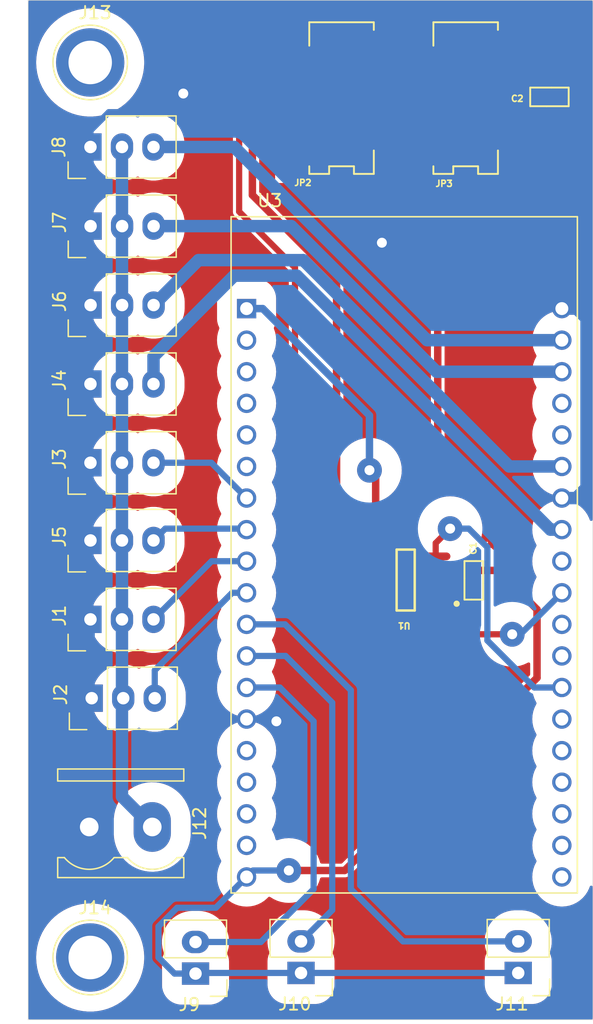
<source format=kicad_pcb>
(kicad_pcb (version 20221018) (generator pcbnew)
  (layers (0 "F.Cu" signal "Top Layer") (31 "B.Cu" signal "Bottom Layer") (34 "B.Paste" user "Bottom Paste") (35 "F.Paste" user "Top Paste") (36 "B.SilkS" user "Bottom Overlay") (37 "F.SilkS" user "Top Overlay") (38 "B.Mask" user "Bottom Solder") (39 "F.Mask" user "Top Solder") (44 "Edge.Cuts" user))
  (property "DOCUMENTNUMBER" "V0")
  (property "PAGESETUP" "Record=PageOptions¦CenterHorizontal=True¦CenterVertical=True¦PrintScale=0.91¦XCorrection=1.00¦YCorrection=1.00¦PrintKind=1¦BorderSize=5000000¦LeftOffset=0¦BottomOffset=0¦Orientation=2¦PaperLength=1000¦PaperWidth=1000¦Scale=100¦PaperSource=7¦PrintQuality=-3¦MediaType=1¦DitherType=10¦PrintScaleMode=1¦PaperKind=Letter¦PaperIndex=1")
  (property "PROJECT" "CaptCouleur")
  (property "SHEETTOTAL" "1")
  (net 0 "")
  (net 1 "+3,3")
  (net 2 "E5V")
  (net 3 "GND")
  (net 4 "/CAN_L")
  (net 5 "/CAN_H")
  (net 6 "/TX CAN")
  (net 7 "/RX CAN")
  (net 8 "/BRUSHLESS2")
  (net 9 "/BRUSHLESS")
  (net 10 "/SERVO1")
  (net 11 "/SERVO2")
  (net 28 "/BRUSHLESS3")
  (net 29 "/SERVO3")
  (net 30 "/SERVO4")
  (net 31 "/SERVO5")
  (net 33 "/FDC2")
  (net 34 "/FDC")
  (net 35 "/FDC1")
  (net 36 "+5")
  (footprint "FootprintGamelGe2:Autocom3" (layer "F.Cu") (at 160.5777 106.6636 90)
    (fp_text reference "J1" (at 0.3 -2.5 90) (layer "F.SilkS"))
    (fp_text value "Autocom3")
    (fp_line (start -2.53 -1.8) (end -1.2 -1.8) (stroke (width 0.12)) (layer "F.SilkS"))
    (fp_line (start -2.53 -0.4) (end -2.53 -1.73) (stroke (width 0.12)) (layer "F.SilkS"))
    (fp_line (start -2.5 1.27) (end -2.5 6.9) (stroke (width 0.12)) (layer "F.SilkS"))
    (fp_line (start -2.5 1.27) (end 2.5 1.27) (stroke (width 0.12)) (layer "F.SilkS"))
    (fp_line (start -2.5 6.9) (end 2.5 6.9) (stroke (width 0.12)) (layer "F.SilkS"))
    (fp_line (start 2.5 1.27) (end 2.5 6.9) (stroke (width 0.12)) (layer "F.SilkS"))
    (pad "1" thru_hole rect (at 0 0 90) (size 2.2 1.8) (drill 1) (layers "*.Cu" "*.Mask") (net 3 "GND"))
    (pad "2" thru_hole oval (at 0 2.54 90) (size 2.2 1.8) (drill 1) (layers "*.Cu" "*.Mask") (net 36 "+5"))
    (pad "3" thru_hole oval (at 0 5.08 90) (size 2.2 1.8) (drill 1) (layers "*.Cu" "*.Mask") (net 8 "/BRUSHLESS2"))
  )
  (footprint "C:_ProgramData_Altium_Altium Designer {91CCA5E7-F8A9-4A8E-AA86-1D88F44FA42C}_VaultsFileCache_B7D15EC3-160A-466F-A46C-7801FE6295A7_FB88017A-93AF-48E0-A4ED-AC0901C9B691_Released_FP-C04-057-SN-IPC_A.PcbLib_FP-C04-057-SN-IPC_A" (layer "F.Cu") (at 185.975231 103.4986 180)
    (fp_text reference "U1" (at -0.4572 -3.3782 180 unlocked) (layer "F.SilkS") (effects (font (size 0.5 0.5)) (justify left bottom)))
    (fp_text value "MCP2562FDT-E/SN" hide)
    (fp_line (start -0.728998 -2.45) (end 0.728998 -2.45) (stroke (width 0.2)) (layer "F.SilkS"))
    (fp_line (start -0.728998 2.45) (end -0.728998 -2.45) (stroke (width 0.2)) (layer "F.SilkS"))
    (fp_line (start -0.728998 2.45) (end 0.728998 2.45) (stroke (width 0.2)) (layer "F.SilkS"))
    (fp_line (start 0.728998 2.45) (end 0.728998 -2.45) (stroke (width 0.2)) (layer "F.SilkS"))
    (fp_circle (center -4.106065 -1.905) (end -4.106065 -2.03) (stroke (width 0.25)) (fill none) (layer "F.SilkS"))
    (pad "1" smd rect (at -2.417531 -1.905 180) (size 2.377069 0.622132) (layers "F.Cu" "F.Paste" "F.Mask") (net 6 "/TX CAN"))
    (pad "2" smd roundrect (at -2.417531 -0.635 180) (size 2.377069 0.622132) (layers "F.Cu" "F.Paste" "F.Mask") (roundrect_rratio 0.5) (net 3 "GND"))
    (pad "3" smd roundrect (at -2.417531 0.635 180) (size 2.377069 0.622132) (layers "F.Cu" "F.Paste" "F.Mask") (roundrect_rratio 0.5) (net 2 "E5V"))
    (pad "4" smd roundrect (at -2.417531 1.905 180) (size 2.377069 0.622132) (layers "F.Cu" "F.Paste" "F.Mask") (roundrect_rratio 0.5) (net 7 "/RX CAN"))
    (pad "5" smd roundrect (at 2.417531 1.905 180) (size 2.377069 0.622132) (layers "F.Cu" "F.Paste" "F.Mask") (roundrect_rratio 0.5) (net 1 "+3,3"))
    (pad "6" smd roundrect (at 2.417531 0.635 180) (size 2.377069 0.622132) (layers "F.Cu" "F.Paste" "F.Mask") (roundrect_rratio 0.5) (net 4 "/CAN_L"))
    (pad "7" smd roundrect (at 2.417531 -0.635 180) (size 2.377069 0.622132) (layers "F.Cu" "F.Paste" "F.Mask") (roundrect_rratio 0.5) (net 5 "/CAN_H"))
    (pad "8" smd roundrect (at 2.417531 -1.905 180) (size 2.377069 0.622132) (layers "F.Cu" "F.Paste" "F.Mask") (roundrect_rratio 0.5) (net 3 "GND"))
  )
  (footprint "FootprintGamelGe2:Autocom2" (layer "F.Cu") (at 169.0427 135.1561 180)
    (fp_text reference "J9" (at 0.5 -2.5) (layer "F.SilkS"))
    (fp_text value "FDC" hide)
    (fp_line (start -2.53 -1.83) (end -1.2 -1.83) (stroke (width 0.12)) (layer "F.SilkS"))
    (fp_line (start -2.53 -0.5) (end -2.53 -1.83) (stroke (width 0.12)) (layer "F.SilkS"))
    (fp_line (start -2.5 1.27) (end 2.5 1.27) (stroke (width 0.12)) (layer "F.SilkS"))
    (fp_line (start -2.5 1.3) (end -2.5 4.3) (stroke (width 0.12)) (layer "F.SilkS"))
    (fp_line (start -2.5 4.3) (end 2.5 4.3) (stroke (width 0.12)) (layer "F.SilkS"))
    (fp_line (start 2.5 1.27) (end 2.5 4.3) (stroke (width 0.12)) (layer "F.SilkS"))
    (pad "1" thru_hole rect (at 0 0 180) (size 2.2 1.8) (drill 1) (layers "*.Cu" "*.Mask") (net 2 "E5V"))
    (pad "2" thru_hole oval (at 0 2.54 180) (size 2.2 1.8) (drill 1) (layers "*.Cu" "*.Mask") (net 34 "/FDC"))
  )
  (footprint "micromatch 8P.PcbLib:MM 8 CMS F" (layer "F.Cu") (at 178.557698 69.1736 -90)
    (fp_text reference "JP2" (at 2.655992 1.623004 unlocked) (layer "F.SilkS") (effects (font (size 0.5 0.5)) (justify left bottom)))
    (fp_text value "Micromatch 8" hide)
    (fp_line (start -10.545 0.349999) (end -10.545 -4.850001) (stroke (width 0.1524)) (layer "F.SilkS"))
    (fp_line (start -9.9314 -4.850001) (end -10.545 -4.850001) (stroke (width 0.1524)) (layer "F.SilkS"))
    (fp_line (start -8.6614 0.349999) (end -10.545 0.349999) (stroke (width 0.1524)) (layer "F.SilkS"))
    (fp_line (start 1.0414 -1.25) (end 1.0414 -3.250001) (stroke (width 0.1524)) (layer "F.SilkS"))
    (fp_line (start 1.655001 -4.850001) (end -0.2286 -4.850001) (stroke (width 0.1524)) (layer "F.SilkS"))
    (fp_line (start 1.655001 -3.250001) (end 1.0414 -3.250001) (stroke (width 0.1524)) (layer "F.SilkS"))
    (fp_line (start 1.655001 -3.250001) (end 1.655001 -4.850001) (stroke (width 0.1524)) (layer "F.SilkS"))
    (fp_line (start 1.655001 -1.25) (end 1.0414 -1.25) (stroke (width 0.1524)) (layer "F.SilkS"))
    (fp_line (start 1.655001 0.349999) (end 1.0414 0.349999) (stroke (width 0.1524)) (layer "F.SilkS"))
    (fp_line (start 1.655001 0.349999) (end 1.655001 -1.25) (stroke (width 0.1524)) (layer "F.SilkS"))
    (pad "1" smd rect (at 0 0 270) (size 1.5 3) (layers "F.Cu" "F.Paste" "F.Mask") (net 2 "E5V"))
    (pad "2" smd rect (at -1.27 -4.500001 270) (size 1.5 3) (layers "F.Cu" "F.Paste" "F.Mask") (net 3 "GND"))
    (pad "3" smd rect (at -2.54 0 270) (size 1.5 3) (layers "F.Cu" "F.Paste" "F.Mask") (net 4 "/CAN_L"))
    (pad "4" smd rect (at -3.81 -4.500001 270) (size 1.5 3) (layers "F.Cu" "F.Paste" "F.Mask") (net 5 "/CAN_H"))
    (pad "5" smd rect (at -5.08 0 270) (size 1.5 3) (layers "F.Cu" "F.Paste" "F.Mask") (net 5 "/CAN_H"))
    (pad "6" smd rect (at -6.35 -4.500001 270) (size 1.5 3) (layers "F.Cu" "F.Paste" "F.Mask") (net 4 "/CAN_L"))
    (pad "7" smd rect (at -7.62 0 270) (size 1.499997 3) (layers "F.Cu" "F.Paste" "F.Mask") (net 3 "GND"))
    (pad "8" smd rect (at -8.89 -4.500001 270) (size 1.499997 3) (layers "F.Cu" "F.Paste" "F.Mask") (net 2 "E5V"))
  )
  (footprint "FootprintGamelGe2:Autocom2" (layer "F.Cu") (at 177.5427 135.1061 180)
    (fp_text reference "J10" (at 0.5 -2.5) (layer "F.SilkS"))
    (fp_text value "FDC")
    (fp_line (start -2.53 -1.83) (end -1.2 -1.83) (stroke (width 0.12)) (layer "F.SilkS"))
    (fp_line (start -2.53 -0.5) (end -2.53 -1.83) (stroke (width 0.12)) (layer "F.SilkS"))
    (fp_line (start -2.5 1.27) (end 2.5 1.27) (stroke (width 0.12)) (layer "F.SilkS"))
    (fp_line (start -2.5 1.3) (end -2.5 4.3) (stroke (width 0.12)) (layer "F.SilkS"))
    (fp_line (start -2.5 4.3) (end 2.5 4.3) (stroke (width 0.12)) (layer "F.SilkS"))
    (fp_line (start 2.5 1.27) (end 2.5 4.3) (stroke (width 0.12)) (layer "F.SilkS"))
    (pad "1" thru_hole rect (at 0 0 180) (size 2.2 1.8) (drill 1) (layers "*.Cu" "*.Mask") (net 2 "E5V"))
    (pad "2" thru_hole oval (at 0 2.54 180) (size 2.2 1.8) (drill 1) (layers "*.Cu" "*.Mask") (net 35 "/FDC1"))
  )
  (footprint "FootprintGamelGe2:Autocom2" (layer "F.Cu") (at 195.0427 135.1061 180)
    (fp_text reference "J11" (at 0.5 -2.5) (layer "F.SilkS"))
    (fp_text value "FDC")
    (fp_line (start -2.53 -1.83) (end -1.2 -1.83) (stroke (width 0.12)) (layer "F.SilkS"))
    (fp_line (start -2.53 -0.5) (end -2.53 -1.83) (stroke (width 0.12)) (layer "F.SilkS"))
    (fp_line (start -2.5 1.27) (end 2.5 1.27) (stroke (width 0.12)) (layer "F.SilkS"))
    (fp_line (start -2.5 1.3) (end -2.5 4.3) (stroke (width 0.12)) (layer "F.SilkS"))
    (fp_line (start -2.5 4.3) (end 2.5 4.3) (stroke (width 0.12)) (layer "F.SilkS"))
    (fp_line (start 2.5 1.27) (end 2.5 4.3) (stroke (width 0.12)) (layer "F.SilkS"))
    (pad "1" thru_hole rect (at 0 0 180) (size 2.2 1.8) (drill 1) (layers "*.Cu" "*.Mask") (net 2 "E5V"))
    (pad "2" thru_hole oval (at 0 2.54 180) (size 2.2 1.8) (drill 1) (layers "*.Cu" "*.Mask") (net 33 "/FDC2"))
  )
  (footprint "FootprintGamelGe2:Autocom3" (layer "F.Cu") (at 160.5777 94.0636 90)
    (fp_text reference "J3" (at 0.3 -2.5 90) (layer "F.SilkS"))
    (fp_text value "Autocom3")
    (fp_line (start -2.53 -1.8) (end -1.2 -1.8) (stroke (width 0.12)) (layer "F.SilkS"))
    (fp_line (start -2.53 -0.4) (end -2.53 -1.73) (stroke (width 0.12)) (layer "F.SilkS"))
    (fp_line (start -2.5 1.27) (end -2.5 6.9) (stroke (width 0.12)) (layer "F.SilkS"))
    (fp_line (start -2.5 1.27) (end 2.5 1.27) (stroke (width 0.12)) (layer "F.SilkS"))
    (fp_line (start -2.5 6.9) (end 2.5 6.9) (stroke (width 0.12)) (layer "F.SilkS"))
    (fp_line (start 2.5 1.27) (end 2.5 6.9) (stroke (width 0.12)) (layer "F.SilkS"))
    (pad "1" thru_hole rect (at 0 0 90) (size 2.2 1.8) (drill 1) (layers "*.Cu" "*.Mask") (net 3 "GND"))
    (pad "2" thru_hole oval (at 0 2.54 90) (size 2.2 1.8) (drill 1) (layers "*.Cu" "*.Mask") (net 36 "+5"))
    (pad "3" thru_hole oval (at 0 5.08 90) (size 2.2 1.8) (drill 1) (layers "*.Cu" "*.Mask") (net 10 "/SERVO1"))
  )
  (footprint "FootprintGamelGe2:Autocom3" (layer "F.Cu") (at 160.6777 113.0036 90)
    (fp_text reference "J2" (at 0.3 -2.5 90) (layer "F.SilkS"))
    (fp_text value "Autocom3")
    (fp_line (start -2.53 -1.8) (end -1.2 -1.8) (stroke (width 0.12)) (layer "F.SilkS"))
    (fp_line (start -2.53 -0.4) (end -2.53 -1.73) (stroke (width 0.12)) (layer "F.SilkS"))
    (fp_line (start -2.5 1.27) (end -2.5 6.9) (stroke (width 0.12)) (layer "F.SilkS"))
    (fp_line (start -2.5 1.27) (end 2.5 1.27) (stroke (width 0.12)) (layer "F.SilkS"))
    (fp_line (start -2.5 6.9) (end 2.5 6.9) (stroke (width 0.12)) (layer "F.SilkS"))
    (fp_line (start 2.5 1.27) (end 2.5 6.9) (stroke (width 0.12)) (layer "F.SilkS"))
    (pad "1" thru_hole rect (at 0 0 90) (size 2.2 1.8) (drill 1) (layers "*.Cu" "*.Mask") (net 3 "GND"))
    (pad "2" thru_hole oval (at 0 2.54 90) (size 2.2 1.8) (drill 1) (layers "*.Cu" "*.Mask") (net 36 "+5"))
    (pad "3" thru_hole oval (at 0 5.08 90) (size 2.2 1.8) (drill 1) (layers "*.Cu" "*.Mask") (net 9 "/BRUSHLESS"))
  )
  (footprint "FootprintGe2:MODULE_ESP32-DEVKITC-32D" (layer "F.Cu") (at 185.8577 101.4236)
    (fp_text reference "U3" (at -10.829175 -28.446045) (layer "F.SilkS") (effects (font (size 1.000386 1.000386))))
    (fp_text value "ESP32-DEVKITC-32D")
    (fp_line (start -13.95 -27.15) (end 13.95 -27.15) (stroke (width 0.127)) (layer "F.SilkS"))
    (fp_line (start -13.95 27.25) (end -13.95 -27.15) (stroke (width 0.127)) (layer "F.SilkS"))
    (fp_line (start 13.95 -27.15) (end 13.95 27.25) (stroke (width 0.127)) (layer "F.SilkS"))
    (fp_line (start 13.95 27.25) (end -13.95 27.25) (stroke (width 0.127)) (layer "F.SilkS"))
    (pad "1" thru_hole rect (at -12.7 -19.76) (size 1.56 1.56) (drill 1.04) (layers "*.Cu" "*.Mask") (net 1 "+3,3"))
    (pad "2" thru_hole circle (at -12.7 -17.22) (size 1.56 1.56) (drill 1.04) (layers "*.Cu" "*.Mask"))
    (pad "3" thru_hole circle (at -12.7 -14.68) (size 1.56 1.56) (drill 1.04) (layers "*.Cu" "*.Mask"))
    (pad "4" thru_hole circle (at -12.7 -12.14) (size 1.56 1.56) (drill 1.04) (layers "*.Cu" "*.Mask"))
    (pad "5" thru_hole circle (at -12.7 -9.6) (size 1.56 1.56) (drill 1.04) (layers "*.Cu" "*.Mask"))
    (pad "6" thru_hole circle (at -12.7 -7.06) (size 1.56 1.56) (drill 1.04) (layers "*.Cu" "*.Mask"))
    (pad "7" thru_hole circle (at -12.7 -4.52) (size 1.56 1.56) (drill 1.04) (layers "*.Cu" "*.Mask") (net 10 "/SERVO1"))
    (pad "8" thru_hole circle (at -12.7 -1.98) (size 1.56 1.56) (drill 1.04) (layers "*.Cu" "*.Mask") (net 28 "/BRUSHLESS3"))
    (pad "9" thru_hole circle (at -12.7 0.56) (size 1.56 1.56) (drill 1.04) (layers "*.Cu" "*.Mask") (net 8 "/BRUSHLESS2"))
    (pad "10" thru_hole circle (at -12.7 3.1) (size 1.56 1.56) (drill 1.04) (layers "*.Cu" "*.Mask") (net 9 "/BRUSHLESS"))
    (pad "11" thru_hole circle (at -12.7 5.64) (size 1.56 1.56) (drill 1.04) (layers "*.Cu" "*.Mask") (net 33 "/FDC2"))
    (pad "12" thru_hole circle (at -12.7 8.18) (size 1.56 1.56) (drill 1.04) (layers "*.Cu" "*.Mask") (net 35 "/FDC1"))
    (pad "13" thru_hole circle (at -12.7 10.72) (size 1.56 1.56) (drill 1.04) (layers "*.Cu" "*.Mask") (net 34 "/FDC"))
    (pad "14" thru_hole circle (at -12.7 13.26) (size 1.56 1.56) (drill 1.04) (layers "*.Cu" "*.Mask") (net 3 "GND"))
    (pad "15" thru_hole circle (at -12.7 15.8) (size 1.56 1.56) (drill 1.04) (layers "*.Cu" "*.Mask"))
    (pad "16" thru_hole circle (at -12.7 18.34) (size 1.56 1.56) (drill 1.04) (layers "*.Cu" "*.Mask"))
    (pad "17" thru_hole circle (at -12.7 20.88) (size 1.56 1.56) (drill 1.04) (layers "*.Cu" "*.Mask"))
    (pad "18" thru_hole circle (at -12.7 23.42) (size 1.56 1.56) (drill 1.04) (layers "*.Cu" "*.Mask"))
    (pad "19" thru_hole circle (at -12.7 25.96) (size 1.56 1.56) (drill 1.04) (layers "*.Cu" "*.Mask") (net 2 "E5V"))
    (pad "20" thru_hole circle (at 12.7 -19.76) (size 1.56 1.56) (drill 1.04) (layers "*.Cu" "*.Mask") (net 3 "GND"))
    (pad "21" thru_hole circle (at 12.7 -17.22) (size 1.56 1.56) (drill 1.04) (layers "*.Cu" "*.Mask") (net 31 "/SERVO5"))
    (pad "22" thru_hole circle (at 12.7 -14.68) (size 1.56 1.56) (drill 1.04) (layers "*.Cu" "*.Mask") (net 30 "/SERVO4"))
    (pad "23" thru_hole circle (at 12.7 -12.14) (size 1.56 1.56) (drill 1.04) (layers "*.Cu" "*.Mask"))
    (pad "24" thru_hole circle (at 12.7 -9.6) (size 1.56 1.56) (drill 1.04) (layers "*.Cu" "*.Mask"))
    (pad "25" thru_hole circle (at 12.7 -7.06) (size 1.56 1.56) (drill 1.04) (layers "*.Cu" "*.Mask") (net 29 "/SERVO3"))
    (pad "26" thru_hole circle (at 12.7 -4.52) (size 1.56 1.56) (drill 1.04) (layers "*.Cu" "*.Mask") (net 3 "GND"))
    (pad "27" thru_hole circle (at 12.7 -1.98) (size 1.56 1.56) (drill 1.04) (layers "*.Cu" "*.Mask") (net 11 "/SERVO2"))
    (pad "28" thru_hole circle (at 12.7 0.56) (size 1.56 1.56) (drill 1.04) (layers "*.Cu" "*.Mask"))
    (pad "29" thru_hole circle (at 12.7 3.1) (size 1.56 1.56) (drill 1.04) (layers "*.Cu" "*.Mask") (net 6 "/TX CAN"))
    (pad "30" thru_hole circle (at 12.7 5.64) (size 1.56 1.56) (drill 1.04) (layers "*.Cu" "*.Mask"))
    (pad "31" thru_hole circle (at 12.7 8.18) (size 1.56 1.56) (drill 1.04) (layers "*.Cu" "*.Mask"))
    (pad "32" thru_hole circle (at 12.7 10.72) (size 1.56 1.56) (drill 1.04) (layers "*.Cu" "*.Mask") (net 7 "/RX CAN"))
    (pad "33" thru_hole circle (at 12.7 13.26) (size 1.56 1.56) (drill 1.04) (layers "*.Cu" "*.Mask"))
    (pad "34" thru_hole circle (at 12.7 15.8) (size 1.56 1.56) (drill 1.04) (layers "*.Cu" "*.Mask"))
    (pad "35" thru_hole circle (at 12.7 18.34) (size 1.56 1.56) (drill 1.04) (layers "*.Cu" "*.Mask"))
    (pad "36" thru_hole circle (at 12.7 20.88) (size 1.56 1.56) (drill 1.04) (layers "*.Cu" "*.Mask"))
    (pad "37" thru_hole circle (at 12.7 23.42) (size 1.56 1.56) (drill 1.04) (layers "*.Cu" "*.Mask"))
    (pad "38" thru_hole circle (at 12.7 25.96) (size 1.56 1.56) (drill 1.04) (layers "*.Cu" "*.Mask"))
  )
  (footprint "Gamel_Trophy_v4re1.IntLib:0603-C" (layer "F.Cu") (at 191.461631 103.524 90)
    (fp_text reference "C1" (at 1.999999 0.249999 90 unlocked) (layer "F.SilkS") (effects (font (size 0.5 0.5)) (justify left bottom)))
    (fp_text value "100nF" hide)
    (fp_line (start -1.550007 -0.199997) (end -1.550007 -0.750009) (stroke (width 0.1524)) (layer "F.SilkS"))
    (fp_line (start -1.550007 0.750014) (end -1.550007 -0.199997) (stroke (width 0.1524)) (layer "F.SilkS"))
    (fp_line (start -0.224991 0.750014) (end -1.550007 0.750014) (stroke (width 0.1524)) (layer "F.SilkS"))
    (fp_line (start 0.175009 -0.750009) (end -1.550007 -0.750009) (stroke (width 0.1524)) (layer "F.SilkS"))
    (fp_line (start 1.550012 -0.750009) (end 0.175009 -0.750009) (stroke (width 0.1524)) (layer "F.SilkS"))
    (fp_line (start 1.550012 0.175009) (end 1.550012 -0.750009) (stroke (width 0.1524)) (layer "F.SilkS"))
    (fp_line (start 1.550012 0.750014) (end -0.224991 0.750014) (stroke (width 0.1524)) (layer "F.SilkS"))
    (fp_line (start 1.550012 0.750014) (end 1.550012 0.175009) (stroke (width 0.1524)) (layer "F.SilkS"))
    (pad "1" smd rect (at -0.799996 0.000003 90) (size 1 0.95) (layers "F.Cu" "F.Paste" "F.Mask") (net 3 "GND"))
    (pad "2" smd rect (at 0.800001 0.000003 90) (size 1 0.95) (layers "F.Cu" "F.Paste" "F.Mask") (net 2 "E5V"))
  )
  (footprint "FootprintGamelGe2:Autocom3" (layer "F.Cu") (at 160.5777 87.7286 90)
    (fp_text reference "J4" (at 0.3 -2.5 90) (layer "F.SilkS"))
    (fp_text value "Autocom3")
    (fp_line (start -2.53 -1.8) (end -1.2 -1.8) (stroke (width 0.12)) (layer "F.SilkS"))
    (fp_line (start -2.53 -0.4) (end -2.53 -1.73) (stroke (width 0.12)) (layer "F.SilkS"))
    (fp_line (start -2.5 1.27) (end -2.5 6.9) (stroke (width 0.12)) (layer "F.SilkS"))
    (fp_line (start -2.5 1.27) (end 2.5 1.27) (stroke (width 0.12)) (layer "F.SilkS"))
    (fp_line (start -2.5 6.9) (end 2.5 6.9) (stroke (width 0.12)) (layer "F.SilkS"))
    (fp_line (start 2.5 1.27) (end 2.5 6.9) (stroke (width 0.12)) (layer "F.SilkS"))
    (pad "1" thru_hole rect (at 0 0 90) (size 2.2 1.8) (drill 1) (layers "*.Cu" "*.Mask") (net 3 "GND"))
    (pad "2" thru_hole oval (at 0 2.54 90) (size 2.2 1.8) (drill 1) (layers "*.Cu" "*.Mask") (net 36 "+5"))
    (pad "3" thru_hole oval (at 0 5.08 90) (size 2.2 1.8) (drill 1) (layers "*.Cu" "*.Mask") (net 11 "/SERVO2"))
  )
  (footprint "FootprintGamelGe2:Mouting_Screw_3mm" (layer "F.Cu") (at 160.5577 133.8636)
    (fp_text reference "J14" (at 0.4 -4) (layer "F.SilkS"))
    (fp_text value "Mouting_Screw_3mm")
    (fp_circle (center 0 0) (end 3 0) (stroke (width 0.12)) (fill none) (layer "F.SilkS"))
    (pad "1" thru_hole circle (at 0 0) (size 5.5 5.5) (drill 3.5) (layers "*.Cu" "*.Mask"))
  )
  (footprint "FootprintGamelGe2:Autocom3" (layer "F.Cu") (at 160.5877 75.0286 90)
    (fp_text reference "J7" (at 0.3 -2.5 90) (layer "F.SilkS"))
    (fp_text value "Autocom3")
    (fp_line (start -2.53 -1.8) (end -1.2 -1.8) (stroke (width 0.12)) (layer "F.SilkS"))
    (fp_line (start -2.53 -0.4) (end -2.53 -1.73) (stroke (width 0.12)) (layer "F.SilkS"))
    (fp_line (start -2.5 1.27) (end -2.5 6.9) (stroke (width 0.12)) (layer "F.SilkS"))
    (fp_line (start -2.5 1.27) (end 2.5 1.27) (stroke (width 0.12)) (layer "F.SilkS"))
    (fp_line (start -2.5 6.9) (end 2.5 6.9) (stroke (width 0.12)) (layer "F.SilkS"))
    (fp_line (start 2.5 1.27) (end 2.5 6.9) (stroke (width 0.12)) (layer "F.SilkS"))
    (pad "1" thru_hole rect (at 0 0 90) (size 2.2 1.8) (drill 1) (layers "*.Cu" "*.Mask") (net 3 "GND"))
    (pad "2" thru_hole oval (at 0 2.54 90) (size 2.2 1.8) (drill 1) (layers "*.Cu" "*.Mask") (net 36 "+5"))
    (pad "3" thru_hole oval (at 0 5.08 90) (size 2.2 1.8) (drill 1) (layers "*.Cu" "*.Mask") (net 30 "/SERVO4"))
  )
  (footprint "FootprintGamelGe2:Mouting_Screw_3mm" (layer "F.Cu") (at 160.5577 61.8636)
    (fp_text reference "J13" (at 0.4 -4) (layer "F.SilkS"))
    (fp_text value "Mouting_Screw_3mm")
    (fp_circle (center 0 0) (end 3 0) (stroke (width 0.12)) (fill none) (layer "F.SilkS"))
    (pad "1" thru_hole circle (at 0 0) (size 5.5 5.5) (drill 3.5) (layers "*.Cu" "*.Mask"))
  )
  (footprint "micromatch 8P.PcbLib:MM 8 CMS F" (layer "F.Cu") (at 188.557698 69.1736 -90)
    (fp_text reference "JP3" (at 2.729992 0.250004 unlocked) (layer "F.SilkS") (effects (font (size 0.5 0.5)) (justify left bottom)))
    (fp_text value "Micromatch 8" hide)
    (fp_line (start -10.545 0.349999) (end -10.545 -4.850001) (stroke (width 0.1524)) (layer "F.SilkS"))
    (fp_line (start -9.9314 -4.850001) (end -10.545 -4.850001) (stroke (width 0.1524)) (layer "F.SilkS"))
    (fp_line (start -8.6614 0.349999) (end -10.545 0.349999) (stroke (width 0.1524)) (layer "F.SilkS"))
    (fp_line (start 1.0414 -1.25) (end 1.0414 -3.250002) (stroke (width 0.1524)) (layer "F.SilkS"))
    (fp_line (start 1.655001 -4.850001) (end -0.2286 -4.850001) (stroke (width 0.1524)) (layer "F.SilkS"))
    (fp_line (start 1.655001 -3.250002) (end 1.0414 -3.250002) (stroke (width 0.1524)) (layer "F.SilkS"))
    (fp_line (start 1.655001 -3.250002) (end 1.655001 -4.850001) (stroke (width 0.1524)) (layer "F.SilkS"))
    (fp_line (start 1.655001 -1.25) (end 1.0414 -1.25) (stroke (width 0.1524)) (layer "F.SilkS"))
    (fp_line (start 1.655001 0.349999) (end 1.0414 0.349999) (stroke (width 0.1524)) (layer "F.SilkS"))
    (fp_line (start 1.655001 0.349999) (end 1.655001 -1.25) (stroke (width 0.1524)) (layer "F.SilkS"))
    (pad "1" smd rect (at 0 0 270) (size 1.5 3) (layers "F.Cu" "F.Paste" "F.Mask") (net 2 "E5V"))
    (pad "2" smd rect (at -1.27 -4.500002 270) (size 1.5 3) (layers "F.Cu" "F.Paste" "F.Mask") (net 3 "GND"))
    (pad "3" smd rect (at -2.54 0 270) (size 1.5 3) (layers "F.Cu" "F.Paste" "F.Mask") (net 4 "/CAN_L"))
    (pad "4" smd rect (at -3.81 -4.500002 270) (size 1.5 3) (layers "F.Cu" "F.Paste" "F.Mask") (net 5 "/CAN_H"))
    (pad "5" smd rect (at -5.08 0 270) (size 1.5 3) (layers "F.Cu" "F.Paste" "F.Mask") (net 5 "/CAN_H"))
    (pad "6" smd rect (at -6.35 -4.500002 270) (size 1.5 3) (layers "F.Cu" "F.Paste" "F.Mask") (net 4 "/CAN_L"))
    (pad "7" smd rect (at -7.62 0 270) (size 1.499997 3) (layers "F.Cu" "F.Paste" "F.Mask") (net 3 "GND"))
    (pad "8" smd rect (at -8.89 -4.500002 270) (size 1.499997 3) (layers "F.Cu" "F.Paste" "F.Mask") (net 2 "E5V"))
  )
  (footprint "FootprintGamelGe2:Autocom3" (layer "F.Cu") (at 160.5777 100.3136 90)
    (fp_text reference "J5" (at 0.3 -2.5 90) (layer "F.SilkS"))
    (fp_text value "Autocom3")
    (fp_line (start -2.53 -1.8) (end -1.2 -1.8) (stroke (width 0.12)) (layer "F.SilkS"))
    (fp_line (start -2.53 -0.4) (end -2.53 -1.73) (stroke (width 0.12)) (layer "F.SilkS"))
    (fp_line (start -2.5 1.27) (end -2.5 6.9) (stroke (width 0.12)) (layer "F.SilkS"))
    (fp_line (start -2.5 1.27) (end 2.5 1.27) (stroke (width 0.12)) (layer "F.SilkS"))
    (fp_line (start -2.5 6.9) (end 2.5 6.9) (stroke (width 0.12)) (layer "F.SilkS"))
    (fp_line (start 2.5 1.27) (end 2.5 6.9) (stroke (width 0.12)) (layer "F.SilkS"))
    (pad "1" thru_hole rect (at 0 0 90) (size 2.2 1.8) (drill 1) (layers "*.Cu" "*.Mask") (net 3 "GND"))
    (pad "2" thru_hole oval (at 0 2.54 90) (size 2.2 1.8) (drill 1) (layers "*.Cu" "*.Mask") (net 36 "+5"))
    (pad "3" thru_hole oval (at 0 5.08 90) (size 2.2 1.8) (drill 1) (layers "*.Cu" "*.Mask") (net 28 "/BRUSHLESS3"))
  )
  (footprint "FootprintGamelGe2:Autocom3" (layer "F.Cu") (at 160.5877 81.3786 90)
    (fp_text reference "J6" (at 0.3 -2.5 90) (layer "F.SilkS"))
    (fp_text value "Autocom3")
    (fp_line (start -2.53 -1.8) (end -1.2 -1.8) (stroke (width 0.12)) (layer "F.SilkS"))
    (fp_line (start -2.53 -0.4) (end -2.53 -1.73) (stroke (width 0.12)) (layer "F.SilkS"))
    (fp_line (start -2.5 1.27) (end -2.5 6.9) (stroke (width 0.12)) (layer "F.SilkS"))
    (fp_line (start -2.5 1.27) (end 2.5 1.27) (stroke (width 0.12)) (layer "F.SilkS"))
    (fp_line (start -2.5 6.9) (end 2.5 6.9) (stroke (width 0.12)) (layer "F.SilkS"))
    (fp_line (start 2.5 1.27) (end 2.5 6.9) (stroke (width 0.12)) (layer "F.SilkS"))
    (pad "1" thru_hole rect (at 0 0 90) (size 2.2 1.8) (drill 1) (layers "*.Cu" "*.Mask") (net 3 "GND"))
    (pad "2" thru_hole oval (at 0 2.54 90) (size 2.2 1.8) (drill 1) (layers "*.Cu" "*.Mask") (net 36 "+5"))
    (pad "3" thru_hole oval (at 0 5.08 90) (size 2.2 1.8) (drill 1) (layers "*.Cu" "*.Mask") (net 29 "/SERVO3"))
  )
  (footprint "Gamel_Trophy_v4re1.IntLib:0603-C" (layer "F.Cu") (at 197.557698 64.6336)
    (fp_text reference "C2" (at -3.162196 0.431803 unlocked) (layer "F.SilkS") (effects (font (size 0.5 0.5)) (justify left bottom)))
    (fp_text value "100nF" hide)
    (fp_line (start -1.550007 -0.750008) (end 0.175008 -0.750008) (stroke (width 0.1524)) (layer "F.SilkS"))
    (fp_line (start -1.550007 -0.199997) (end -1.550007 -0.750008) (stroke (width 0.1524)) (layer "F.SilkS"))
    (fp_line (start -1.550007 0.750014) (end -1.550007 -0.199997) (stroke (width 0.1524)) (layer "F.SilkS"))
    (fp_line (start -1.550007 0.750014) (end -0.224991 0.750014) (stroke (width 0.1524)) (layer "F.SilkS"))
    (fp_line (start -0.224991 0.750014) (end 1.550012 0.750014) (stroke (width 0.1524)) (layer "F.SilkS"))
    (fp_line (start 0.175008 -0.750008) (end 1.550012 -0.750008) (stroke (width 0.1524)) (layer "F.SilkS"))
    (fp_line (start 1.550012 0.175009) (end 1.550012 -0.750008) (stroke (width 0.1524)) (layer "F.SilkS"))
    (fp_line (start 1.550012 0.750014) (end 1.550012 0.175009) (stroke (width 0.1524)) (layer "F.SilkS"))
    (pad "1" smd rect (at -0.799996 0.000003) (size 1 0.95) (layers "F.Cu" "F.Paste" "F.Mask") (net 3 "GND"))
    (pad "2" smd rect (at 0.800001 0.000003) (size 1 0.95) (layers "F.Cu" "F.Paste" "F.Mask") (net 2 "E5V"))
  )
  (footprint "FootprintGamelGe2:OmnimateSL-5,08_1x02_P5.08mm_Vertical" (layer "F.Cu") (at 160.4777 123.3636)
    (fp_text reference "J12" (at 8.9 -0.3 90) (layer "F.SilkS"))
    (fp_text value "Omnimate2")
    (fp_line (start -2.54 -4.664) (end 7.62 -4.664) (stroke (width 0.12)) (layer "F.SilkS"))
    (fp_line (start -2.54 -3.7) (end -2.54 -4.664) (stroke (width 0.12)) (layer "F.SilkS"))
    (fp_line (start -2.54 -3.7) (end 7.62 -3.7) (stroke (width 0.12)) (layer "F.SilkS"))
    (fp_line (start -2.54 4.072) (end -2.54 2.4972) (stroke (width 0.12)) (layer "F.SilkS"))
    (fp_line (start -2.54 4.072) (end 7.62 4.072) (stroke (width 0.12)) (layer "F.SilkS"))
    (fp_line (start -2 2.462) (end -2.54 2.462) (stroke (width 0.12)) (layer "F.SilkS"))
    (fp_line (start 2 2.462) (end 3.08 2.462) (stroke (width 0.12)) (layer "F.SilkS"))
    (fp_line (start 7.62 -3.7) (end 7.62 -4.664) (stroke (width 0.12)) (layer "F.SilkS"))
    (fp_line (start 7.62 2.462) (end 7.08 2.462) (stroke (width 0.12)) (layer "F.SilkS"))
    (fp_line (start 7.62 4.072) (end 7.62 2.4972) (stroke (width 0.12)) (layer "F.SilkS"))
    (fp_arc (start 1.986842 2.477821) (mid -0.010289 3.404758) (end -2 2.462) (stroke (width 0.12)) (layer "F.SilkS"))
    (fp_arc (start 7.066842 2.477821) (mid 5.069711 3.404758) (end 3.08 2.462) (stroke (width 0.12)) (layer "F.SilkS"))
    (pad "1" thru_hole rect (at 0 0) (size 3 4) (drill 1.5) (layers "*.Cu" "*.Mask") (net 3 "GND"))
    (pad "2" thru_hole oval (at 5.08 0) (size 3 4) (drill 1.5) (layers "*.Cu" "*.Mask") (net 36 "+5"))
  )
  (footprint "FootprintGamelGe2:Autocom3" (layer "F.Cu") (at 160.5777 68.6636 90)
    (fp_text reference "J8" (at 0 -2.54 90) (layer "F.SilkS"))
    (fp_text value "Autocom3")
    (fp_line (start -2.53 -1.8) (end -1.2 -1.8) (stroke (width 0.12)) (layer "F.SilkS"))
    (fp_line (start -2.53 -0.4) (end -2.53 -1.73) (stroke (width 0.12)) (layer "F.SilkS"))
    (fp_line (start -2.5 1.27) (end -2.5 6.9) (stroke (width 0.12)) (layer "F.SilkS"))
    (fp_line (start -2.5 1.27) (end 2.5 1.27) (stroke (width 0.12)) (layer "F.SilkS"))
    (fp_line (start -2.5 6.9) (end 2.5 6.9) (stroke (width 0.12)) (layer "F.SilkS"))
    (fp_line (start 2.5 1.27) (end 2.5 6.9) (stroke (width 0.12)) (layer "F.SilkS"))
    (pad "1" thru_hole rect (at 0 0 90) (size 2.2 1.8) (drill 1) (layers "*.Cu" "*.Mask") (net 3 "GND"))
    (pad "2" thru_hole oval (at 0 2.54 90) (size 2.2 1.8) (drill 1) (layers "*.Cu" "*.Mask") (net 36 "+5"))
    (pad "3" thru_hole oval (at 0 5.08 90) (size 2.2 1.8) (drill 1) (layers "*.Cu" "*.Mask") (net 31 "/SERVO5"))
  )
  (gr_line (start 201.0577 138.8636) (end 155.5577 138.8636) (stroke (width 0.05)) (layer "Edge.Cuts"))
  (gr_line (start 201.0577 56.8636) (end 201.0577 138.8636) (stroke (width 0.05)) (layer "Edge.Cuts"))
  (gr_line (start 155.5577 138.8636) (end 155.5577 56.8636) (stroke (width 0.05)) (layer "Edge.Cuts"))
  (gr_line (start 155.5577 56.8636) (end 201.0577 56.8636) (stroke (width 0.05)) (layer "Edge.Cuts"))
  (gr_text "CRAC 2023" (at 156.0577 69.2636 -90) (layer "F.Cu") (effects (font (size 1.5 1.5) (thickness 0.3) bold) (justify left bottom)))
  (segment (start 183.5577 95.1636) (end 183.5577 101.5936) (width 0.6) (layer "F.Cu") (net 1))
  (segment (start 183.0577 94.6636) (end 183.5577 95.1636) (width 0.6) (layer "F.Cu") (net 1))
  (via (at 183.0577 94.6636) (size 2) (drill 0.8) (layers "F.Cu" "B.Cu") (net 1))
  (segment (start 173.1577 81.6636) (end 174.4577 81.6636) (width 0.6) (layer "B.Cu") (net 1))
  (segment (start 174.4577 81.6636) (end 183.0577 90.2636) (width 0.6) (layer "B.Cu") (net 1))
  (segment (start 183.0577 90.2636) (end 183.0577 94.6636) (width 0.6) (layer "B.Cu") (net 1))
  (segment (start 191.461634 102.723999) (end 191.356627 102.829005) (width 0.6) (layer "F.Cu") (net 2))
  (segment (start 178.557698 69.1736) (end 178.5577 69.173602) (width 0.6) (layer "F.Cu") (net 2))
  (segment (start 193.418099 102.723999) (end 191.461634 102.723999) (width 0.6) (layer "F.Cu") (net 2))
  (segment (start 188.557698 69.1736) (end 188.5577 69.173602) (width 0.6) (layer "F.Cu") (net 2))
  (segment (start 188.5577 69.173602) (end 188.5577 95.704931) (width 0.6) (layer "F.Cu") (net 2))
  (segment (start 183.136707 60.204592) (end 192.978692 60.204592) (width 0.6) (layer "F.Cu") (net 2))
  (segment (start 183.057699 60.2836) (end 183.136707 60.204592) (width 0.6) (layer "F.Cu") (net 2))
  (segment (start 186.39443 102.723999) (end 191.461634 102.723999) (width 0.6) (layer "F.Cu") (net 2))
  (segment (start 185.899031 98.3636) (end 185.899031 102.2286) (width 0.6) (layer "F.Cu") (net 2))
  (segment (start 193.0577 60.2836) (end 195.777698 60.2836) (width 0.6) (layer "F.Cu") (net 2))
  (segment (start 198.357699 66.542685) (end 195.395792 69.504592) (width 0.6) (layer "F.Cu") (net 2))
  (segment (start 189.5648 69.1736) (end 188.557698 69.1736) (width 0.6) (layer "F.Cu") (net 2))
  (segment (start 196.5577 111.3636) (end 196.5577 105.8636) (width 0.6) (layer "F.Cu") (net 2))
  (segment (start 198.357699 64.633603) (end 198.357699 66.542685) (width 0.6) (layer "F.Cu") (net 2))
  (segment (start 188.326706 69.404592) (end 188.557698 69.1736) (width 0.6) (layer "F.Cu") (net 2))
  (segment (start 178.78869 69.404592) (end 188.326706 69.404592) (width 0.6) (layer "F.Cu") (net 2))
  (segment (start 195.777698 60.2836) (end 198.357699 62.863601) (width 0.6) (layer "F.Cu") (net 2))
  (segment (start 188.5577 95.704931) (end 185.899031 98.3636) (width 0.6) (layer "F.Cu") (net 2))
  (segment (start 195.395792 69.504592) (end 189.895792 69.504592) (width 0.6) (layer "F.Cu") (net 2))
  (segment (start 176.5577 126.8636) (end 181.0577 126.8636) (width 0.6) (layer "F.Cu") (net 2))
  (segment (start 196.5577 105.8636) (end 193.418099 102.723999) (width 0.6) (layer "F.Cu") (net 2))
  (segment (start 181.0577 126.8636) (end 196.5577 111.3636) (width 0.6) (layer "F.Cu") (net 2))
  (segment (start 189.895792 69.504592) (end 189.5648 69.1736) (width 0.6) (layer "F.Cu") (net 2))
  (segment (start 191.356627 102.829005) (end 189.038776 102.829005) (width 0.6) (layer "F.Cu") (net 2))
  (segment (start 192.978692 60.204592) (end 193.0577 60.2836) (width 0.6) (layer "F.Cu") (net 2))
  (segment (start 198.357699 62.863601) (end 198.357699 64.633603) (width 0.6) (layer "F.Cu") (net 2))
  (segment (start 178.557698 69.1736) (end 178.78869 69.404592) (width 0.6) (layer "F.Cu") (net 2))
  (segment (start 185.899031 102.2286) (end 186.39443 102.723999) (width 0.6) (layer "F.Cu") (net 2))
  (via (at 176.5577 126.8636) (size 2) (drill 0.8) (layers "F.Cu" "B.Cu") (net 2))
  (segment (start 167.5577 129.8636) (end 166.0577 131.3636) (width 0.5) (layer "B.Cu") (net 2))
  (segment (start 169.0927 135.1061) (end 169.0427 135.1561) (width 0.5) (layer "B.Cu") (net 2))
  (segment (start 167.3502 135.1561) (end 169.0427 135.1561) (width 0.5) (layer "B.Cu") (net 2))
  (segment (start 195.0427 135.1061) (end 177.5427 135.1061) (width 0.5) (layer "B.Cu") (net 2))
  (segment (start 177.5427 135.1061) (end 169.0927 135.1061) (width 0.5) (layer "B.Cu") (net 2))
  (segment (start 166.0577 131.3636) (end 166.0577 133.8636) (width 0.5) (layer "B.Cu") (net 2))
  (segment (start 173.1577 127.3836) (end 170.6777 129.8636) (width 0.5) (layer "B.Cu") (net 2))
  (segment (start 166.0577 133.8636) (end 167.3502 135.1561) (width 0.5) (layer "B.Cu") (net 2))
  (segment (start 176.5577 126.8636) (end 173.6777 126.8636) (width 0.5) (layer "B.Cu") (net 2))
  (segment (start 173.6777 126.8636) (end 173.1577 127.3836) (width 0.5) (layer "B.Cu") (net 2))
  (segment (start 170.6777 129.8636) (end 167.5577 129.8636) (width 0.5) (layer "B.Cu") (net 2))
  (segment (start 173.8677 61.5536) (end 178.557698 61.5536) (width 0.5) (layer "F.Cu") (net 3))
  (segment (start 185.65604 107.348392) (end 186.061831 106.942601) (width 0.6) (layer "F.Cu") (net 3))
  (segment (start 175.3577 68.0636) (end 175.3577 70.1636) (width 0.4) (layer "F.Cu") (net 3))
  (segment (start 196.757702 64.633603) (end 196.757702 66.442682) (width 0.6) (layer "F.Cu") (net 3))
  (segment (start 178.557698 61.5536) (end 188.557698 61.5536) (width 0.4) (layer "F.Cu") (net 3))
  (segment (start 195.1448 61.5536) (end 195.195792 61.604592) (width 0.4) (layer "F.Cu") (net 3))
  (segment (start 183.072908 107.348392) (end 183.5577 107.348392) (width 0.5) (layer "F.Cu") (net 3))
  (segment (start 175.5177 67.9036) (end 175.3577 68.0636) (width 0.4) (layer "F.Cu") (net 3))
  (segment (start 175.5577 114.8636) (end 183.072908 107.348392) (width 0.5) (layer "F.Cu") (net 3))
  (segment (start 175.3577 70.1636) (end 181.5577 76.3636) (width 0.4) (layer "F.Cu") (net 3))
  (segment (start 186.457831 104.1336) (end 186.061831 104.529601) (width 0.6) (layer "F.Cu") (net 3))
  (segment (start 181.5577 76.3636) (end 184.0577 76.3636) (width 0.4) (layer "F.Cu") (net 3))
  (segment (start 183.057699 67.9036) (end 185.732694 67.9036) (width 0.4) (layer "F.Cu") (net 3))
  (segment (start 183.5577 107.348392) (end 184.186725 107.348392) (width 0.6) (layer "F.Cu") (net 3))
  (segment (start 188.583158 104.323996) (end 188.392762 104.1336) (width 0.5) (layer "F.Cu") (net 3))
  (segment (start 183.057699 67.9036) (end 175.5177 67.9036) (width 0.4) (layer "F.Cu") (net 3))
  (segment (start 169.0777 63.3436) (end 172.0777 63.3436) (width 0.5) (layer "F.Cu") (net 3))
  (segment (start 188.557698 61.5536) (end 195.1448 61.5536) (width 0.4) (layer "F.Cu") (net 3))
  (segment (start 195.296784 67.9036) (end 193.0577 67.9036) (width 0.6) (layer "F.Cu") (net 3))
  (segment (start 168.0577 64.3636) (end 169.0777 63.3436) (width 0.5) (layer "F.Cu") (net 3))
  (segment (start 185.757694 67.9036) (end 193.0577 67.9036) (width 0.4) (layer "F.Cu") (net 3))
  (segment (start 186.061831 104.529601) (end 186.061831 106.942601) (width 0.6) (layer "F.Cu") (net 3))
  (segment (start 196.757702 66.442682) (end 195.296784 67.9036) (width 0.6) (layer "F.Cu") (net 3))
  (segment (start 160.5777 75.0186) (end 160.5877 75.0286) (width 0.5) (layer "F.Cu") (net 3))
  (segment (start 188.392762 104.1336) (end 186.457831 104.1336) (width 0.6) (layer "F.Cu") (net 3))
  (segment (start 196.757702 63.166502) (end 196.757702 64.633603) (width 0.6) (layer "F.Cu") (net 3))
  (segment (start 184.186725 107.348392) (end 185.65604 107.348392) (width 0.6) (layer "F.Cu") (net 3))
  (segment (start 195.195792 61.604592) (end 196.757702 63.166502) (width 0.6) (layer "F.Cu") (net 3))
  (segment (start 183.5577 105.4036) (end 183.5577 107.348392) (width 0.6) (layer "F.Cu") (net 3))
  (segment (start 172.0777 63.3436) (end 173.8677 61.5536) (width 0.5) (layer "F.Cu") (net 3))
  (segment (start 160.5877 87.7186) (end 160.5777 87.7286) (width 0.5) (layer "F.Cu") (net 3))
  (segment (start 191.461634 104.323996) (end 188.583158 104.323996) (width 0.5) (layer "F.Cu") (net 3))
  (via (at 175.5577 114.8636) (size 2) (drill 0.8) (layers "F.Cu" "B.Cu") (net 3))
  (via (at 184.0577 76.3636) (size 2) (drill 0.8) (layers "F.Cu" "B.Cu") (net 3))
  (via (at 168.0577 64.3636) (size 2) (drill 0.8) (layers "F.Cu" "B.Cu") (net 3))
  (segment (start 160.5777 67.3436) (end 162.0577 65.8636) (width 0.5) (layer "B.Cu") (net 3))
  (segment (start 160.5777 81.3886) (end 160.5877 81.3786) (width 0.5) (layer "B.Cu") (net 3))
  (segment (start 162.0577 65.8636) (end 166.5577 65.8636) (width 0.5) (layer "B.Cu") (net 3))
  (segment (start 200.5477 96.0736) (end 200.5477 82.4536) (width 1) (layer "B.Cu") (net 3))
  (segment (start 160.4777 126.1836) (end 160.4777 123.3636) (width 0.5) (layer "B.Cu") (net 3))
  (segment (start 173.1577 114.6836) (end 175.3777 114.6836) (width 0.5) (layer "B.Cu") (net 3))
  (segment (start 161.9577 127.6636) (end 160.4777 126.1836) (width 0.5) (layer "B.Cu") (net 3))
  (segment (start 160.5777 94.0636) (end 160.5777 87.7286) (width 0.5) (layer "B.Cu") (net 3))
  (segment (start 160.5777 87.7286) (end 160.5777 81.3886) (width 0.5) (layer "B.Cu") (net 3))
  (segment (start 160.5877 75.0286) (end 160.5877 68.6736) (width 0.5) (layer "B.Cu") (net 3))
  (segment (start 160.4777 113.2036) (end 160.6777 113.0036) (width 0.5) (layer "B.Cu") (net 3))
  (segment (start 160.6777 123.1636) (end 160.4777 123.3636) (width 0.5) (layer "B.Cu") (net 3))
  (segment (start 160.5777 112.9036) (end 160.6777 113.0036) (width 0.5) (layer "B.Cu") (net 3))
  (segment (start 160.5877 81.3786) (end 160.5877 75.0286) (width 0.5) (layer "B.Cu") (net 3))
  (segment (start 160.4777 123.3636) (end 160.4777 113.2036) (width 0.5) (layer "B.Cu") (net 3))
  (segment (start 198.5577 96.9036) (end 199.7177 96.9036) (width 1) (layer "B.Cu") (net 3))
  (segment (start 189.3577 81.6636) (end 198.5577 81.6636) (width 0.4) (layer "B.Cu") (net 3))
  (segment (start 169.8577 116.6636) (end 169.8577 125.9636) (width 0.5) (layer "B.Cu") (net 3))
  (segment (start 166.5577 65.8636) (end 168.0577 64.3636) (width 0.5) (layer "B.Cu") (net 3))
  (segment (start 184.0577 76.3636) (end 189.3577 81.6636) (width 0.4) (layer "B.Cu") (net 3))
  (segment (start 160.5777 68.6636) (end 160.5777 67.3436) (width 0.5) (layer "B.Cu") (net 3))
  (segment (start 160.5777 100.3136) (end 160.5777 94.0636) (width 0.5) (layer "B.Cu") (net 3))
  (segment (start 160.5777 75.0186) (end 160.5877 75.0286) (width 0.5) (layer "B.Cu") (net 3))
  (segment (start 171.8377 114.6836) (end 169.8577 116.6636) (width 0.5) (layer "B.Cu") (net 3))
  (segment (start 160.6777 106.7636) (end 160.5777 106.6636) (width 0.5) (layer "B.Cu") (net 3))
  (segment (start 199.7177 96.9036) (end 200.5477 96.0736) (width 1) (layer "B.Cu") (net 3))
  (segment (start 168.1577 127.6636) (end 161.9577 127.6636) (width 0.5) (layer "B.Cu") (net 3))
  (segment (start 160.5877 68.6736) (end 160.5777 68.6636) (width 0.5) (layer "B.Cu") (net 3))
  (segment (start 200.5477 82.4536) (end 199.7577 81.6636) (width 1) (layer "B.Cu") (net 3))
  (segment (start 173.1577 114.6836) (end 171.8377 114.6836) (width 0.5) (layer "B.Cu") (net 3))
  (segment (start 169.8577 125.9636) (end 168.1577 127.6636) (width 0.5) (layer "B.Cu") (net 3))
  (segment (start 160.6777 113.0036) (end 160.6777 106.7636) (width 0.5) (layer "B.Cu") (net 3))
  (segment (start 160.5877 87.7186) (end 160.5777 87.7286) (width 0.5) (layer "B.Cu") (net 3))
  (segment (start 160.5777 106.6636) (end 160.5777 100.3136) (width 0.5) (layer "B.Cu") (net 3))
  (segment (start 175.3777 114.6836) (end 175.5577 114.8636) (width 0.5) (layer "B.Cu") (net 3))
  (segment (start 199.7577 81.6636) (end 198.5577 81.6636) (width 1) (layer "B.Cu") (net 3))
  (segment (start 195.033886 66.6336) (end 195.476694 66.190792) (width 0.4) (layer "F.Cu") (net 4))
  (segment (start 195.476694 66.190792) (end 195.476694 63.193592) (width 0.4) (layer "F.Cu") (net 4))
  (segment (start 173.623385 67.997915) (end 173.623385 72.529285) (width 0.6) (layer "F.Cu") (net 4))
  (segment (start 183.057699 62.8236) (end 193.0577 62.8236) (width 0.4) (layer "F.Cu") (net 4))
  (segment (start 193.0577 62.8236) (end 195.106702 62.8236) (width 0.4) (layer "F.Cu") (net 4))
  (segment (start 195.106702 62.8236) (end 195.476694 63.193592) (width 0.4) (layer "F.Cu") (net 4))
  (segment (start 181.1577 102.8636) (end 183.5577 102.8636) (width 0.6) (layer "F.Cu") (net 4))
  (segment (start 188.557698 66.6336) (end 195.033886 66.6336) (width 0.4) (layer "F.Cu") (net 4))
  (segment (start 173.623385 72.529285) (end 180.4077 79.3136) (width 0.6) (layer "F.Cu") (net 4))
  (segment (start 178.557698 66.6336) (end 188.557698 66.6336) (width 0.4) (layer "F.Cu") (net 4))
  (segment (start 180.4077 102.1136) (end 181.1577 102.8636) (width 0.6) (layer "F.Cu") (net 4))
  (segment (start 174.9877 66.6336) (end 173.623385 67.997915) (width 0.6) (layer "F.Cu") (net 4))
  (segment (start 178.557698 66.6336) (end 174.9877 66.6336) (width 0.6) (layer "F.Cu") (net 4))
  (segment (start 180.4077 79.3136) (end 180.4077 102.1136) (width 0.6) (layer "F.Cu") (net 4))
  (segment (start 178.557683 64.0936) (end 180.1977 64.0936) (width 0.6) (layer "F.Cu") (net 5))
  (segment (start 177.0577 101.8636) (end 177.0577 78.3636) (width 0.5) (layer "F.Cu") (net 5))
  (segment (start 183.057699 65.3636) (end 185.347697 65.3636) (width 0.4) (layer "F.Cu") (net 5))
  (segment (start 181.4677 65.3636) (end 183.057699 65.3636) (width 0.6) (layer "F.Cu") (net 5))
  (segment (start 191.542701 65.3636) (end 193.0577 65.3636) (width 0.4) (layer "F.Cu") (net 5))
  (segment (start 175.8277 64.0936) (end 178.557698 64.0936) (width 0.5) (layer "F.Cu") (net 5))
  (segment (start 180.1977 64.0936) (end 181.4677 65.3636) (width 0.6) (layer "F.Cu") (net 5))
  (segment (start 172.5577 67.3636) (end 175.8277 64.0936) (width 0.5) (layer "F.Cu") (net 5))
  (segment (start 186.617697 64.0936) (end 188.557698 64.0936) (width 0.4) (layer "F.Cu") (net 5))
  (segment (start 188.557698 64.0936) (end 190.272701 64.0936) (width 0.4) (layer "F.Cu") (net 5))
  (segment (start 179.3277 104.1336) (end 177.0577 101.8636) (width 0.5) (layer "F.Cu") (net 5))
  (segment (start 183.5577 104.1336) (end 179.3277 104.1336) (width 0.5) (layer "F.Cu") (net 5))
  (segment (start 177.0577 78.3636) (end 172.5577 73.8636) (width 0.5) (layer "F.Cu") (net 5))
  (segment (start 185.347697 65.3636) (end 186.617697 64.0936) (width 0.4) (layer "F.Cu") (net 5))
  (segment (start 190.272701 64.0936) (end 191.542701 65.3636) (width 0.4) (layer "F.Cu") (net 5))
  (segment (start 172.5577 73.8636) (end 172.5577 67.3636) (width 0.5) (layer "F.Cu") (net 5))
  (segment (start 188.392762 105.698662) (end 188.392762 105.4036) (width 0.5) (layer "F.Cu") (net 6))
  (segment (start 194.5577 107.8636) (end 190.5577 107.8636) (width 0.5) (layer "F.Cu") (net 6))
  (segment (start 190.5577 107.8636) (end 188.392762 105.698662) (width 0.5) (layer "F.Cu") (net 6))
  (via (at 194.5577 107.8636) (size 2) (drill 0.8) (layers "F.Cu" "B.Cu") (net 6))
  (segment (start 194.5577 107.8636) (end 195.2177 107.8636) (width 0.5) (layer "B.Cu") (net 6))
  (segment (start 195.2177 107.8636) (end 198.5577 104.5236) (width 0.5) (layer "B.Cu") (net 6))
  (segment (start 188.392762 101.5936) (end 188.392762 100.528538) (width 0.5) (layer "F.Cu") (net 7))
  (segment (start 188.392762 100.528538) (end 189.5577 99.3636) (width 0.5) (layer "F.Cu") (net 7))
  (via (at 189.5577 99.3636) (size 2) (drill 0.8) (layers "F.Cu" "B.Cu") (net 7))
  (segment (start 192.5577 108.3636) (end 196.3377 112.1436) (width 0.5) (layer "B.Cu") (net 7))
  (segment (start 192.5577 100.8636) (end 192.5577 108.3636) (width 0.5) (layer "B.Cu") (net 7))
  (segment (start 189.5577 99.3636) (end 191.0577 99.3636) (width 0.5) (layer "B.Cu") (net 7))
  (segment (start 196.3377 112.1436) (end 198.5577 112.1436) (width 0.5) (layer "B.Cu") (net 7))
  (segment (start 191.0577 99.3636) (end 192.5577 100.8636) (width 0.5) (layer "B.Cu") (net 7))
  (segment (start 170.3377 101.9836) (end 173.1577 101.9836) (width 0.5) (layer "B.Cu") (net 8))
  (segment (start 165.6577 106.6636) (end 170.3377 101.9836) (width 0.5) (layer "B.Cu") (net 8))
  (segment (start 165.7577 113.0036) (end 165.7577 110.7636) (width 0.5) (layer "B.Cu") (net 9))
  (segment (start 171.9977 104.5236) (end 173.1577 104.5236) (width 0.5) (layer "B.Cu") (net 9))
  (segment (start 165.7577 110.7636) (end 171.9977 104.5236) (width 0.5) (layer "B.Cu") (net 9))
  (segment (start 165.6577 94.0636) (end 170.3177 94.0636) (width 0.5) (layer "B.Cu") (net 10))
  (segment (start 170.3177 94.0636) (end 173.1577 96.9036) (width 0.5) (layer "B.Cu") (net 10))
  (segment (start 197.634401 99.4436) (end 198.5577 99.4436) (width 1) (layer "B.Cu") (net 11))
  (segment (start 172.1577 79.0136) (end 177.204401 79.0136) (width 1) (layer "B.Cu") (net 11))
  (segment (start 177.204401 79.0136) (end 197.634401 99.4436) (width 1) (layer "B.Cu") (net 11))
  (segment (start 165.6577 85.5136) (end 172.1577 79.0136) (width 1) (layer "B.Cu") (net 11))
  (segment (start 165.6577 87.7286) (end 165.6577 85.5136) (width 1) (layer "B.Cu") (net 11))
  (segment (start 165.6577 100.3136) (end 166.6077 99.3636) (width 0.5) (layer "B.Cu") (net 28))
  (segment (start 173.0777 99.3636) (end 173.1577 99.4436) (width 0.5) (layer "B.Cu") (net 28))
  (segment (start 166.6077 99.3636) (end 173.0777 99.3636) (width 0.5) (layer "B.Cu") (net 28))
  (segment (start 169.2827 77.7636) (end 165.6677 81.3786) (width 1) (layer "B.Cu") (net 29))
  (segment (start 177.722167 77.7636) (end 169.2827 77.7636) (width 1) (layer "B.Cu") (net 29))
  (segment (start 194.322167 94.3636) (end 177.722167 77.7636) (width 1) (layer "B.Cu") (net 29))
  (segment (start 198.5577 94.3636) (end 194.322167 94.3636) (width 1) (layer "B.Cu") (net 29))
  (segment (start 188.469934 86.7436) (end 176.754934 75.0286) (width 1) (layer "B.Cu") (net 30))
  (segment (start 176.754934 75.0286) (end 165.6677 75.0286) (width 1) (layer "B.Cu") (net 30))
  (segment (start 198.5577 86.7436) (end 188.469934 86.7436) (width 1) (layer "B.Cu") (net 30))
  (segment (start 198.5577 84.2036) (end 187.6977 84.2036) (width 1) (layer "B.Cu") (net 31))
  (segment (start 172.1577 68.6636) (end 165.6577 68.6636) (width 1) (layer "B.Cu") (net 31))
  (segment (start 187.6977 84.2036) (end 172.1577 68.6636) (width 1) (layer "B.Cu") (net 31))
  (segment (start 181.5577 128.3636) (end 181.5577 112.3636) (width 0.5) (layer "B.Cu") (net 33))
  (segment (start 176.2577 107.0636) (end 173.1577 107.0636) (width 0.5) (layer "B.Cu") (net 33))
  (segment (start 195.0427 132.5661) (end 185.7602 132.5661) (width 0.5) (layer "B.Cu") (net 33))
  (segment (start 181.5577 112.3636) (end 176.2577 107.0636) (width 0.5) (layer "B.Cu") (net 33))
  (segment (start 185.7602 132.5661) (end 181.5577 128.3636) (width 0.5) (layer "B.Cu") (net 33))
  (segment (start 178.5577 128.3636) (end 178.5577 114.8636) (width 0.5) (layer "B.Cu") (net 34))
  (segment (start 178.5577 114.8636) (end 175.8377 112.1436) (width 0.5) (layer "B.Cu") (net 34))
  (segment (start 174.3052 132.6161) (end 178.5577 128.3636) (width 0.5) (layer "B.Cu") (net 34))
  (segment (start 175.8377 112.1436) (end 173.1577 112.1436) (width 0.5) (layer "B.Cu") (net 34))
  (segment (start 169.0427 132.6161) (end 174.3052 132.6161) (width 0.5) (layer "B.Cu") (net 34))
  (segment (start 177.5427 132.5661) (end 180.0577 130.0511) (width 0.5) (layer "B.Cu") (net 35))
  (segment (start 180.0577 130.0511) (end 180.0577 113.3636) (width 0.5) (layer "B.Cu") (net 35))
  (segment (start 180.0577 113.3636) (end 176.2977 109.6036) (width 0.5) (layer "B.Cu") (net 35))
  (segment (start 176.2977 109.6036) (end 173.1577 109.6036) (width 0.5) (layer "B.Cu") (net 35))
  (segment (start 163.1177 120.9236) (end 163.1177 68.6636) (width 1) (layer "B.Cu") (net 36))
  (segment (start 165.5577 123.3636) (end 163.1177 120.9236) (width 1) (layer "B.Cu") (net 36))
  (zone (net 0) (net_name "") (layer "F.Cu") (connect_pads (clearance 0)) (min_thickness 0.254)
    (keepout (tracks allowed) (vias allowed) (pads allowed) (copperpour not_allowed) (footprints allowed))
    (fill (thermal_gap 0.508) (thermal_bridge_width 0.508))
    (polygon (pts (xy 175.4577 58.0636) (xy 175.4577 71.5636) (xy 199.8577 71.4636) (xy 199.7577 57.8668)))
  )
  (zone (net 0) (net_name "") (layer "F.Cu") (connect_pads (clearance 0)) (min_thickness 0.254)
    (keepout (tracks allowed) (vias allowed) (pads allowed) (copperpour not_allowed) (footprints allowed))
    (fill (thermal_gap 0.508) (thermal_bridge_width 0.508))
    (polygon (pts (xy 192.604631 106.6736) (xy 192.604631 100.4252) (xy 181.352431 100.4252) (xy 181.352431 106.6736)))
  )
  (zone (net 3) (net_name "GND") (layers "F&B.Cu") (priority 1) (connect_pads yes (clearance 0)) (min_thickness 0.25) (fill yes (thermal_gap 0.5) (thermal_bridge_width 0.5))
    (polygon (pts (xy 155.5577 56.8636) (xy 201.0577 56.8636) (xy 201.0577 138.8636) (xy 155.5577 138.8636)))
  )
)
</source>
